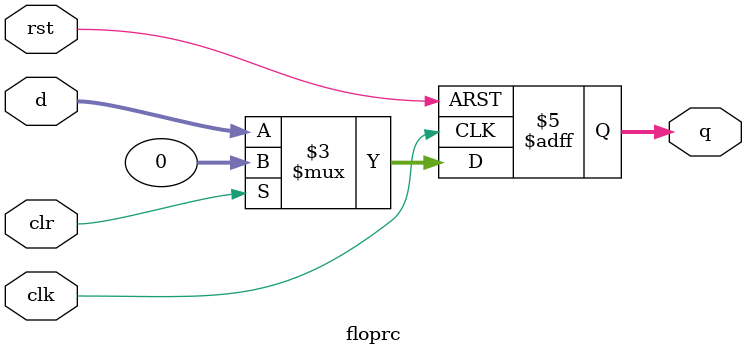
<source format=v>
`timescale 1ns / 1ps


module floprc #(parameter WIDTH = 32)(
	input wire clk, rst, clr,
	input wire [WIDTH-1:0] d,
	output reg [WIDTH-1:0] q
    );

	always @(posedge clk or posedge rst) begin
		if (rst) begin
			q <= 0;			
		end
		else if (clr) begin
			q <= 0;
		end
		else begin
			q <= d;
		end
	end
endmodule

</source>
